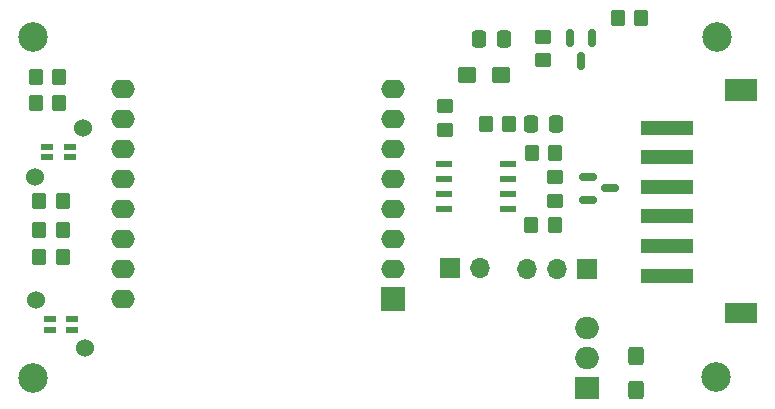
<source format=gbr>
%TF.GenerationSoftware,KiCad,Pcbnew,8.0.8*%
%TF.CreationDate,2026-01-01T17:30:43-08:00*%
%TF.ProjectId,navien,6e617669-656e-42e6-9b69-6361645f7063,rev?*%
%TF.SameCoordinates,Original*%
%TF.FileFunction,Soldermask,Top*%
%TF.FilePolarity,Negative*%
%FSLAX46Y46*%
G04 Gerber Fmt 4.6, Leading zero omitted, Abs format (unit mm)*
G04 Created by KiCad (PCBNEW 8.0.8) date 2026-01-01 17:30:43*
%MOMM*%
%LPD*%
G01*
G04 APERTURE LIST*
G04 Aperture macros list*
%AMRoundRect*
0 Rectangle with rounded corners*
0 $1 Rounding radius*
0 $2 $3 $4 $5 $6 $7 $8 $9 X,Y pos of 4 corners*
0 Add a 4 corners polygon primitive as box body*
4,1,4,$2,$3,$4,$5,$6,$7,$8,$9,$2,$3,0*
0 Add four circle primitives for the rounded corners*
1,1,$1+$1,$2,$3*
1,1,$1+$1,$4,$5*
1,1,$1+$1,$6,$7*
1,1,$1+$1,$8,$9*
0 Add four rect primitives between the rounded corners*
20,1,$1+$1,$2,$3,$4,$5,0*
20,1,$1+$1,$4,$5,$6,$7,0*
20,1,$1+$1,$6,$7,$8,$9,0*
20,1,$1+$1,$8,$9,$2,$3,0*%
G04 Aperture macros list end*
%ADD10C,1.524000*%
%ADD11R,1.100000X0.600000*%
%ADD12RoundRect,0.250000X0.450000X-0.350000X0.450000X0.350000X-0.450000X0.350000X-0.450000X-0.350000X0*%
%ADD13R,4.495800X1.295400*%
%ADD14R,2.709601X1.803400*%
%ADD15R,2.709601X1.851698*%
%ADD16RoundRect,0.250000X-0.350000X-0.450000X0.350000X-0.450000X0.350000X0.450000X-0.350000X0.450000X0*%
%ADD17RoundRect,0.250000X-0.337500X-0.475000X0.337500X-0.475000X0.337500X0.475000X-0.337500X0.475000X0*%
%ADD18R,1.460500X0.558800*%
%ADD19R,1.700000X1.700000*%
%ADD20O,1.700000X1.700000*%
%ADD21R,2.000000X2.000000*%
%ADD22O,2.000000X1.600000*%
%ADD23RoundRect,0.250000X0.425000X-0.537500X0.425000X0.537500X-0.425000X0.537500X-0.425000X-0.537500X0*%
%ADD24C,2.500000*%
%ADD25RoundRect,0.250000X0.537500X0.425000X-0.537500X0.425000X-0.537500X-0.425000X0.537500X-0.425000X0*%
%ADD26RoundRect,0.250000X0.337500X0.475000X-0.337500X0.475000X-0.337500X-0.475000X0.337500X-0.475000X0*%
%ADD27RoundRect,0.250000X0.350000X0.450000X-0.350000X0.450000X-0.350000X-0.450000X0.350000X-0.450000X0*%
%ADD28R,2.000000X1.905000*%
%ADD29O,2.000000X1.905000*%
%ADD30RoundRect,0.150000X-0.587500X-0.150000X0.587500X-0.150000X0.587500X0.150000X-0.587500X0.150000X0*%
%ADD31RoundRect,0.150000X-0.150000X0.587500X-0.150000X-0.587500X0.150000X-0.587500X0.150000X0.587500X0*%
%ADD32RoundRect,0.250000X-0.450000X0.350000X-0.450000X-0.350000X0.450000X-0.350000X0.450000X0.350000X0*%
G04 APERTURE END LIST*
D10*
%TO.C,D1*%
X3150000Y20981600D03*
X7250000Y25081600D03*
D11*
X4200000Y22631600D03*
X6100000Y22631600D03*
X6100000Y23531600D03*
X4200000Y23531600D03*
%TD*%
D10*
%TO.C,D5*%
X7350000Y6481600D03*
X3250000Y10581600D03*
D11*
X6300000Y8931600D03*
X4400000Y8931600D03*
X4400000Y8031600D03*
X6300000Y8031600D03*
%TD*%
D12*
%TO.C,R3*%
X47199148Y18964400D03*
X47199148Y20964400D03*
%TD*%
%TO.C,R10*%
X46200000Y30831600D03*
X46200000Y32831600D03*
%TD*%
D13*
%TO.C,J3*%
X56697348Y12619751D03*
X56697348Y15119751D03*
X56697348Y17619751D03*
X56697348Y20119751D03*
X56697348Y22619751D03*
X56697348Y25119751D03*
D14*
X62896348Y9419752D03*
D15*
X62896348Y28295600D03*
%TD*%
D16*
%TO.C,R6*%
X3500000Y18920800D03*
X5500000Y18920800D03*
%TD*%
D17*
%TO.C,C4*%
X45167148Y25450800D03*
X47242148Y25450800D03*
%TD*%
D18*
%TO.C,U2*%
X37785398Y22021800D03*
X37785398Y20751800D03*
X37785398Y19481800D03*
X37785398Y18211800D03*
X43233698Y18211800D03*
X43233698Y19481800D03*
X43233698Y20751800D03*
X43233698Y22021800D03*
%TD*%
D16*
%TO.C,R11*%
X3200000Y27231600D03*
X5200000Y27231600D03*
%TD*%
D19*
%TO.C,J1*%
X49885600Y13208000D03*
D20*
X47345600Y13208000D03*
X44805600Y13208000D03*
%TD*%
D21*
%TO.C,U1*%
X33477200Y10651600D03*
D22*
X33477200Y13191600D03*
X33477200Y15731600D03*
X33477200Y18271600D03*
X33477200Y20811600D03*
X33477200Y23351600D03*
X33477200Y25891600D03*
X33477200Y28431600D03*
X10617200Y28431600D03*
X10617200Y25891600D03*
X10617200Y23351600D03*
X10617200Y20811600D03*
X10617200Y18271600D03*
X10617200Y15731600D03*
X10617200Y13191600D03*
X10617200Y10651600D03*
%TD*%
D23*
%TO.C,C3*%
X54051200Y2931300D03*
X54051200Y5806300D03*
%TD*%
D24*
%TO.C,REF3*%
X60850000Y4031600D03*
%TD*%
D16*
%TO.C,R7*%
X3484000Y16431600D03*
X5484000Y16431600D03*
%TD*%
%TO.C,R8*%
X3500000Y14170800D03*
X5500000Y14170800D03*
%TD*%
D24*
%TO.C,REF1*%
X3003148Y32831600D03*
%TD*%
D25*
%TO.C,C2*%
X42637500Y29631600D03*
X39762500Y29631600D03*
%TD*%
D26*
%TO.C,C1*%
X42837500Y32631600D03*
X40762500Y32631600D03*
%TD*%
D19*
%TO.C,J2*%
X38300000Y13231600D03*
D20*
X40840000Y13231600D03*
%TD*%
D27*
%TO.C,R5*%
X47199148Y23012400D03*
X45199148Y23012400D03*
%TD*%
D24*
%TO.C,REF4*%
X3003148Y3931600D03*
%TD*%
D27*
%TO.C,R1*%
X43316400Y25450800D03*
X41316400Y25450800D03*
%TD*%
%TO.C,R4*%
X47183148Y16916400D03*
X45183148Y16916400D03*
%TD*%
D28*
%TO.C,U3*%
X49885600Y3098800D03*
D29*
X49885600Y5638800D03*
X49885600Y8178800D03*
%TD*%
D30*
%TO.C,D3*%
X49970048Y20939800D03*
X49970048Y19039800D03*
X51845048Y19989800D03*
%TD*%
D16*
%TO.C,R9*%
X52492400Y34442400D03*
X54492400Y34442400D03*
%TD*%
D24*
%TO.C,REF2*%
X60900000Y32831600D03*
%TD*%
D31*
%TO.C,Q1*%
X50327600Y32687500D03*
X48427600Y32687500D03*
X49377600Y30812500D03*
%TD*%
D16*
%TO.C,R12*%
X3200000Y29431600D03*
X5200000Y29431600D03*
%TD*%
D32*
%TO.C,R2*%
X37842548Y26958800D03*
X37842548Y24958800D03*
%TD*%
M02*

</source>
